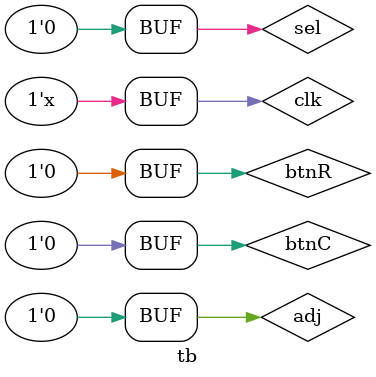
<source format=v>
`timescale 1ns / 1ps


module tb;

	// Inputs
	reg sel;
	reg adj;
	reg btnR;
	reg btnC;
	reg clk;

	// Instantiate the Unit Under Test (UUT)
	nexys3 uut (
		.sel(sel), 
		.adj(adj), 
		.btnR(btnR), 
		.btnC(btnC), 
		.clk(clk)
	);

	initial begin
		// Initialize Inputs
		sel = 0;
		adj = 0;
		btnR = 0;
		btnC = 0;
		clk = 0;

		// Wait 100 ns for global reset to finish
		#100;
        
		// Add stimulus here

	end
	
	always #5 clk = ~clk;
      
endmodule


</source>
